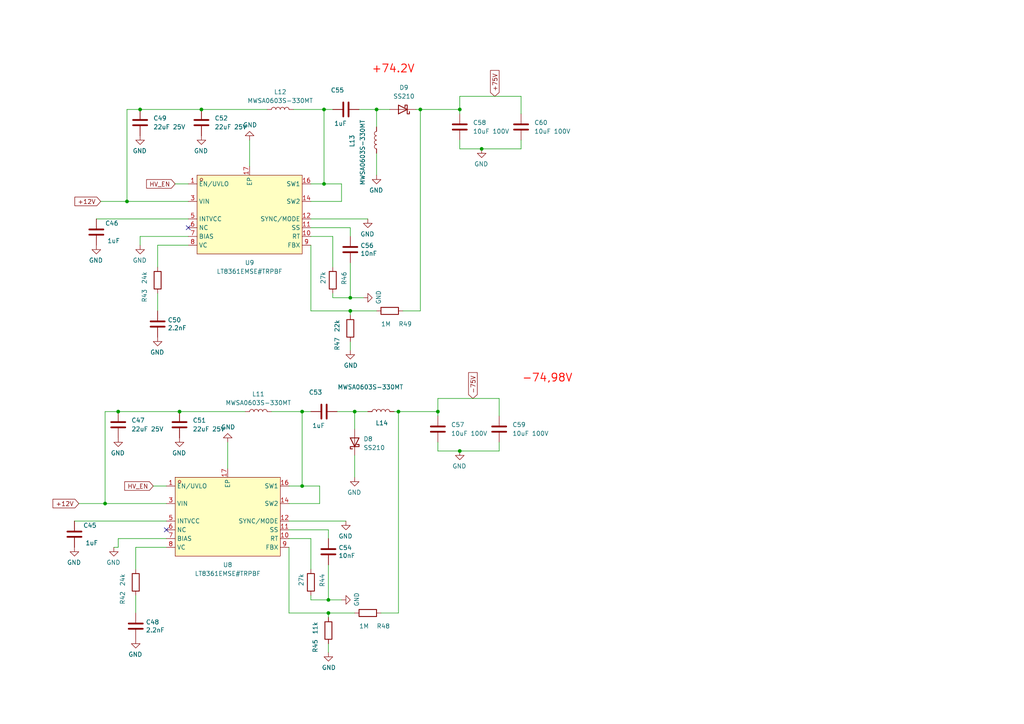
<source format=kicad_sch>
(kicad_sch (version 20231120) (generator "eeschema") (generator_version "8.0")
  (paper "A4")
  (lib_symbols
    (symbol "piezo_driver:C" (pin_numbers hide) (pin_names (offset 0.254))
      (property "Reference" "C" (at 0.635 2.54 0))
      (property "Value" "C" (at 0.635 -2.54 0))
      (symbol "C_0_1"
        (polyline (pts (xy -2.032 -0.762) (xy 2.032 -0.762)) (stroke (width 0.508)))
        (polyline (pts (xy -2.032 0.762) (xy 2.032 0.762)) (stroke (width 0.508)))
      )
      (symbol "C_1_1"
        (pin passive line (at 0 3.81 270) (length 2.794) (name "~") (number "1"))
        (pin passive line (at 0 -3.81 90) (length 2.794) (name "~") (number "2"))
      )
    )
    (symbol "piezo_driver:D_Schottky" (pin_numbers hide) (pin_names (offset 1.016) hide)
      (property "Reference" "D" (at 0 2.54 0))
      (property "Value" "D_Schottky" (at 0 -2.54 0))
      (symbol "D_Schottky_0_1"
        (polyline (pts (xy 1.27 0) (xy -1.27 0)))
        (polyline (pts (xy 1.27 1.27) (xy 1.27 -1.27) (xy -1.27 0) (xy 1.27 1.27)) (stroke (width 0.254)))
        (polyline (pts (xy -1.905 0.635) (xy -1.905 1.27) (xy -1.27 1.27) (xy -1.27 -1.27) (xy -0.635 -1.27) (xy -0.635 -0.635)) (stroke (width 0.254)))
      )
      (symbol "D_Schottky_1_1"
        (pin passive line (at -3.81 0 0) (length 2.54) (name "K") (number "1"))
        (pin passive line (at 3.81 0 180) (length 2.54) (name "A") (number "2"))
      )
    )
    (symbol "piezo_driver:GND" (power) (pin_names (offset 0))
      (property "Value" "GND" (at 0 -3.81 0))
      (symbol "GND_0_1"
        (polyline (pts (xy 0 0) (xy 0 -1.27) (xy 1.27 -1.27) (xy 0 -2.54) (xy -1.27 -1.27) (xy 0 -1.27)))
      )
      (symbol "GND_1_1"
        (pin power_in line (at 0 0 270) (length 0) hide (name "GND") (number "1"))
      )
    )
    (symbol "piezo_driver:L" (pin_numbers hide) (pin_names (offset 1.016) hide)
      (property "Reference" "L" (at -1.27 0 90))
      (property "Value" "L" (at 1.905 0 90))
      (symbol "L_0_1"
        (arc (start 0 -2.54) (mid 0.6323 -1.905) (end 0 -1.27))
        (arc (start 0 -1.27) (mid 0.6323 -0.635) (end 0 0))
        (arc (start 0 0) (mid 0.6323 0.635) (end 0 1.27))
        (arc (start 0 1.27) (mid 0.6323 1.905) (end 0 2.54))
      )
      (symbol "L_1_1"
        (pin passive line (at 0 3.81 270) (length 1.27) (name "1") (number "1"))
        (pin passive line (at 0 -3.81 90) (length 1.27) (name "2") (number "2"))
      )
    )
    (symbol "piezo_driver:LT8361EMSE#TRPBF"
      (property "Reference" "U" (at 0 15.24 0))
      (property "Value" "LT8361EMSE#TRPBF" (at 0 -17.78 0))
      (symbol "LT8361EMSE#TRPBF_0_1"
        (rectangle (start -15.24 7.62) (end 15.24 -15.24) (fill (type background)))
        (circle (center -13.97 6.35) (radius 0.38))
        (pin unspecified line (at -17.78 5.08 0) (length 2.54) (name "EN/UVLO") (number "1"))
        (pin unspecified line (at 17.78 -10.16 180) (length 2.54) (name "RT") (number "10"))
        (pin unspecified line (at 17.78 -7.62 180) (length 2.54) (name "SS") (number "11"))
        (pin unspecified line (at 17.78 -5.08 180) (length 2.54) (name "SYNC/MODE") (number "12"))
        (pin unspecified line (at 17.78 0 180) (length 2.54) (name "SW2") (number "14"))
        (pin unspecified line (at 17.78 5.08 180) (length 2.54) (name "SW1") (number "16"))
        (pin unspecified line (at 0 10.16 270) (length 2.54) (name "EP") (number "17"))
        (pin unspecified line (at -17.78 0 0) (length 2.54) (name "VIN") (number "3"))
        (pin unspecified line (at -17.78 -5.08 0) (length 2.54) (name "INTVCC") (number "5"))
        (pin unspecified line (at -17.78 -7.62 0) (length 2.54) (name "NC") (number "6"))
        (pin unspecified line (at -17.78 -10.16 0) (length 2.54) (name "BIAS") (number "7"))
        (pin unspecified line (at -17.78 -12.7 0) (length 2.54) (name "VC") (number "8"))
        (pin unspecified line (at 17.78 -12.7 180) (length 2.54) (name "FBX") (number "9"))
      )
    )
    (symbol "piezo_driver:R" (pin_numbers hide) (pin_names (offset 0))
      (property "Reference" "R" (at 2.032 0 90))
      (property "Value" "R" (at 0 0 90))
      (symbol "R_0_1"
        (rectangle (start -1.016 -2.54) (end 1.016 2.54) (stroke (width 0.254)))
      )
      (symbol "R_1_1"
        (pin passive line (at 0 3.81 270) (length 1.27) (name "~") (number "1"))
        (pin passive line (at 0 -3.81 90) (length 1.27) (name "~") (number "2"))
      )
    )
  )
  (junction (at 133.35 31.75))
  (junction (at 127 119.38))
  (junction (at 95.25 173.99))
  (junction (at 121.92 31.75))
  (junction (at 36.83 58.42))
  (junction (at 52.07 119.38))
  (junction (at 101.6 90.17))
  (junction (at 101.6 86.36))
  (junction (at 87.63 140.97))
  (junction (at 93.98 31.75))
  (junction (at 133.35 130.81))
  (junction (at 34.29 119.38))
  (junction (at 93.98 53.34))
  (junction (at 40.64 31.75))
  (junction (at 139.7 43.18))
  (junction (at 87.63 119.38))
  (junction (at 95.25 177.8))
  (junction (at 58.42 31.75))
  (junction (at 115.57 119.38))
  (junction (at 109.22 31.75))
  (junction (at 30.48 146.05))
  (junction (at 102.87 119.38))
  (no_connect (at 48.26 153.67))
  (no_connect (at 54.61 66.04))
  (wire (pts (xy 121.92 31.75) (xy 133.35 31.75)))
  (wire (pts (xy 30.48 119.38) (xy 34.29 119.38)))
  (wire (pts (xy 39.37 158.75) (xy 48.26 158.75)))
  (wire (pts (xy 45.72 71.12) (xy 54.61 71.12)))
  (wire (pts (xy 133.35 31.75) (xy 133.35 33.02)))
  (wire (pts (xy 90.17 156.21) (xy 83.82 156.21)))
  (wire (pts (xy 83.82 177.8) (xy 95.25 177.8)))
  (wire (pts (xy 39.37 172.72) (xy 39.37 177.8)))
  (wire (pts (xy 34.29 156.21) (xy 48.26 156.21)))
  (wire (pts (xy 27.94 63.5) (xy 54.61 63.5)))
  (wire (pts (xy 45.72 77.47) (xy 45.72 71.12)))
  (wire (pts (xy 114.3 119.38) (xy 115.57 119.38)))
  (wire (pts (xy 133.35 27.94) (xy 133.35 31.75)))
  (wire (pts (xy 99.06 173.99) (xy 95.25 173.99)))
  (wire (pts (xy 36.83 58.42) (xy 54.61 58.42)))
  (wire (pts (xy 121.92 90.17) (xy 121.92 31.75)))
  (wire (pts (xy 101.6 68.58) (xy 101.6 66.04)))
  (wire (pts (xy 144.78 128.27) (xy 144.78 130.81)))
  (wire (pts (xy 151.13 40.64) (xy 151.13 43.18)))
  (wire (pts (xy 102.87 119.38) (xy 102.87 124.46)))
  (wire (pts (xy 151.13 33.02) (xy 151.13 27.94)))
  (wire (pts (xy 104.14 31.75) (xy 109.22 31.75)))
  (wire (pts (xy 90.17 172.72) (xy 90.17 173.99)))
  (wire (pts (xy 95.25 186.69) (xy 95.25 189.23)))
  (wire (pts (xy 96.52 68.58) (xy 90.17 68.58)))
  (wire (pts (xy 127 130.81) (xy 127 128.27)))
  (wire (pts (xy 90.17 165.1) (xy 90.17 156.21)))
  (wire (pts (xy 95.25 177.8) (xy 95.25 179.07)))
  (wire (pts (xy 109.22 31.75) (xy 109.22 36.83)))
  (wire (pts (xy 93.98 31.75) (xy 93.98 53.34)))
  (wire (pts (xy 116.84 90.17) (xy 121.92 90.17)))
  (wire (pts (xy 92.71 146.05) (xy 83.82 146.05)))
  (wire (pts (xy 96.52 77.47) (xy 96.52 68.58)))
  (wire (pts (xy 87.63 119.38) (xy 87.63 140.97)))
  (wire (pts (xy 115.57 119.38) (xy 127 119.38)))
  (wire (pts (xy 72.39 40.64) (xy 72.39 48.26)))
  (wire (pts (xy 139.7 43.18) (xy 133.35 43.18)))
  (wire (pts (xy 85.09 31.75) (xy 93.98 31.75)))
  (wire (pts (xy 34.29 158.75) (xy 34.29 156.21)))
  (wire (pts (xy 87.63 140.97) (xy 83.82 140.97)))
  (wire (pts (xy 33.02 158.75) (xy 34.29 158.75)))
  (wire (pts (xy 92.71 140.97) (xy 92.71 146.05)))
  (wire (pts (xy 87.63 119.38) (xy 90.17 119.38)))
  (wire (pts (xy 127 119.38) (xy 127 120.65)))
  (wire (pts (xy 99.06 53.34) (xy 99.06 58.42)))
  (wire (pts (xy 83.82 177.8) (xy 83.82 158.75)))
  (wire (pts (xy 78.74 119.38) (xy 87.63 119.38)))
  (wire (pts (xy 90.17 90.17) (xy 101.6 90.17)))
  (wire (pts (xy 40.64 71.12) (xy 40.64 68.58)))
  (wire (pts (xy 101.6 76.2) (xy 101.6 86.36)))
  (wire (pts (xy 120.65 31.75) (xy 121.92 31.75)))
  (wire (pts (xy 109.22 31.75) (xy 113.03 31.75)))
  (wire (pts (xy 34.29 119.38) (xy 52.07 119.38)))
  (wire (pts (xy 50.8 53.34) (xy 54.61 53.34)))
  (wire (pts (xy 97.79 119.38) (xy 102.87 119.38)))
  (wire (pts (xy 30.48 146.05) (xy 48.26 146.05)))
  (wire (pts (xy 58.42 31.75) (xy 77.47 31.75)))
  (wire (pts (xy 105.41 86.36) (xy 101.6 86.36)))
  (wire (pts (xy 96.52 86.36) (xy 101.6 86.36)))
  (wire (pts (xy 144.78 130.81) (xy 133.35 130.81)))
  (wire (pts (xy 52.07 119.38) (xy 71.12 119.38)))
  (wire (pts (xy 95.25 156.21) (xy 95.25 153.67)))
  (wire (pts (xy 95.25 177.8) (xy 102.87 177.8)))
  (wire (pts (xy 95.25 153.67) (xy 83.82 153.67)))
  (wire (pts (xy 93.98 31.75) (xy 96.52 31.75)))
  (wire (pts (xy 99.06 58.42) (xy 90.17 58.42)))
  (wire (pts (xy 144.78 115.57) (xy 127 115.57)))
  (wire (pts (xy 133.35 130.81) (xy 127 130.81)))
  (wire (pts (xy 110.49 177.8) (xy 115.57 177.8)))
  (wire (pts (xy 87.63 140.97) (xy 92.71 140.97)))
  (wire (pts (xy 40.64 68.58) (xy 54.61 68.58)))
  (wire (pts (xy 36.83 31.75) (xy 40.64 31.75)))
  (wire (pts (xy 36.83 58.42) (xy 36.83 31.75)))
  (wire (pts (xy 66.04 128.27) (xy 66.04 135.89)))
  (wire (pts (xy 39.37 165.1) (xy 39.37 158.75)))
  (wire (pts (xy 45.72 85.09) (xy 45.72 90.17)))
  (wire (pts (xy 83.82 151.13) (xy 100.33 151.13)))
  (wire (pts (xy 90.17 173.99) (xy 95.25 173.99)))
  (wire (pts (xy 95.25 163.83) (xy 95.25 173.99)))
  (wire (pts (xy 30.48 146.05) (xy 30.48 119.38)))
  (wire (pts (xy 44.45 140.97) (xy 48.26 140.97)))
  (wire (pts (xy 102.87 138.43) (xy 102.87 132.08)))
  (wire (pts (xy 40.64 31.75) (xy 58.42 31.75)))
  (wire (pts (xy 22.86 146.05) (xy 30.48 146.05)))
  (wire (pts (xy 102.87 119.38) (xy 106.68 119.38)))
  (wire (pts (xy 93.98 53.34) (xy 99.06 53.34)))
  (wire (pts (xy 133.35 43.18) (xy 133.35 40.64)))
  (wire (pts (xy 93.98 53.34) (xy 90.17 53.34)))
  (wire (pts (xy 127 115.57) (xy 127 119.38)))
  (wire (pts (xy 101.6 90.17) (xy 101.6 91.44)))
  (wire (pts (xy 101.6 66.04) (xy 90.17 66.04)))
  (wire (pts (xy 21.59 151.13) (xy 48.26 151.13)))
  (wire (pts (xy 151.13 43.18) (xy 139.7 43.18)))
  (wire (pts (xy 90.17 90.17) (xy 90.17 71.12)))
  (wire (pts (xy 101.6 99.06) (xy 101.6 101.6)))
  (wire (pts (xy 151.13 27.94) (xy 133.35 27.94)))
  (wire (pts (xy 115.57 177.8) (xy 115.57 119.38)))
  (wire (pts (xy 101.6 90.17) (xy 109.22 90.17)))
  (wire (pts (xy 96.52 85.09) (xy 96.52 86.36)))
  (wire (pts (xy 109.22 50.8) (xy 109.22 44.45)))
  (wire (pts (xy 29.21 58.42) (xy 36.83 58.42)))
  (wire (pts (xy 90.17 63.5) (xy 106.68 63.5)))
  (wire (pts (xy 144.78 120.65) (xy 144.78 115.57)))
  (text "-74,98V" (at 158.75 109.728 0) (effects (font (size 2.27 2.27) (thickness 0.254) (bold yes))))
  (text "+74.2V" (at 114.046 20.066 0) (effects (font (size 2.27 2.27) (thickness 0.254) (bold yes))))
  (global_label "+75V" (shape input) (at 143.51 27.94 90) (property "Intersheetrefs" "${INTERSHEET_REFS}" (effects (hide yes))))
  (global_label "HV_EN" (shape input) (at 44.45 140.97 180) (property "Intersheetrefs" "${INTERSHEET_REFS}" (effects (hide yes))))
  (global_label "-75V" (shape input) (at 137.16 115.57 90) (property "Intersheetrefs" "${INTERSHEET_REFS}" (effects (hide yes))))
  (global_label "HV_EN" (shape input) (at 50.8 53.34 180) (property "Intersheetrefs" "${INTERSHEET_REFS}" (effects (hide yes))))
  (global_label "+12V" (shape input) (at 22.86 146.05 180) (property "Intersheetrefs" "${INTERSHEET_REFS}" (effects (hide yes))))
  (global_label "+12V" (shape input) (at 29.21 58.42 180) (property "Intersheetrefs" "${INTERSHEET_REFS}" (effects (hide yes))))
  (symbol (lib_id "piezo_driver:C") (at 45.72 93.98 0) (unit 1)
    (property "Reference" "C50" (at 48.641 92.8116 0) (effects (justify left)))
    (property "Value" "2.2nF" (at 48.641 95.123 0) (effects (justify left)))
    (property "Footprint" "piezo_driver:C_0603_1608Metric_u" (effects (hide yes)))
    (property "LCSC" "C1604" (effects (hide yes)))
  )
  (symbol (lib_id "piezo_driver:GND") (at 139.7 43.18 0) (mirror y) (unit 1)
    (property "Reference" "#PWR097" (effects (hide yes)))
    (property "Value" "GND" (at 139.573 47.5742 0))
  )
  (symbol (lib_id "piezo_driver:R") (at 45.72 81.28 180) (unit 1)
    (property "Reference" "R43" (at 41.91 83.82 90) (effects (justify left)))
    (property "Value" "24k" (at 41.91 78.74 90) (effects (justify left)))
    (property "Footprint" "piezo_driver:R_0603_1608Metric_u" (effects (hide yes)))
    (property "LCSC" "C23352" (effects (hide yes)))
  )
  (symbol (lib_id "piezo_driver:C") (at 34.29 123.19 0) (unit 1)
    (property "Reference" "C47" (at 38.1 121.9199 0) (effects (justify left)))
    (property "Value" "22uF 25V" (at 38.1 124.4599 0) (effects (justify left)))
    (property "Footprint" "piezo_driver:C_1206_3216Metric_u" (effects (hide yes)))
    (property "Description" "Unpolarized capacitor" (effects (hide yes)))
    (property "LCSC" "C12891" (effects (hide yes)))
  )
  (symbol (lib_id "piezo_driver:R") (at 95.25 182.88 180) (unit 1)
    (property "Reference" "R45" (at 91.44 185.42 90) (effects (justify left)))
    (property "Value" "11k" (at 91.44 180.34 90) (effects (justify left)))
    (property "Footprint" "piezo_driver:R_0603_1608Metric_u" (effects (hide yes)))
    (property "LCSC" "C25950" (effects (hide yes)))
  )
  (symbol (lib_id "piezo_driver:L") (at 74.93 119.38 90) (unit 1)
    (property "Reference" "L11" (at 74.93 114.3 90))
    (property "Value" "MWSA0603S-330MT" (at 74.93 116.84 90))
    (property "Footprint" "piezo_driver:L_Chilisin_BMRB00060624" (effects (hide yes)))
    (property "Description" "Inductor" (effects (hide yes)))
    (property "LCSC" "C408454" (effects (hide yes)))
  )
  (symbol (lib_id "piezo_driver:GND") (at 52.07 127 0) (mirror y) (unit 1)
    (property "Reference" "#PWR084" (effects (hide yes)))
    (property "Value" "GND" (at 51.943 131.3942 0))
  )
  (symbol (lib_id "piezo_driver:R") (at 39.37 168.91 180) (unit 1)
    (property "Reference" "R42" (at 35.56 171.45 90) (effects (justify left)))
    (property "Value" "24k" (at 35.56 166.37 90) (effects (justify left)))
    (property "Footprint" "piezo_driver:R_0603_1608Metric_u" (effects (hide yes)))
    (property "LCSC" "C23352" (effects (hide yes)))
  )
  (symbol (lib_id "piezo_driver:C") (at 95.25 160.02 0) (unit 1)
    (property "Reference" "C54" (at 98.171 158.8516 0) (effects (justify left)))
    (property "Value" "10nF" (at 98.171 161.163 0) (effects (justify left)))
    (property "Footprint" "piezo_driver:C_0603_1608Metric_u" (effects (hide yes)))
    (property "LCSC" "C57112" (effects (hide yes)))
  )
  (symbol (lib_id "piezo_driver:GND") (at 21.59 158.75 0) (mirror y) (unit 1)
    (property "Reference" "#PWR078" (effects (hide yes)))
    (property "Value" "GND" (at 21.463 163.1442 0))
  )
  (symbol (lib_id "piezo_driver:GND") (at 34.29 127 0) (mirror y) (unit 1)
    (property "Reference" "#PWR080" (effects (hide yes)))
    (property "Value" "GND" (at 34.163 131.3942 0))
  )
  (symbol (lib_id "piezo_driver:D_Schottky") (at 116.84 31.75 180) (unit 1)
    (property "Reference" "D9" (at 117.1575 25.4 0))
    (property "Value" "SS210" (at 117.1575 27.94 0))
    (property "Footprint" "piezo_driver:D_SMA" (effects (hide yes)))
    (property "Description" "Schottky diode" (effects (hide yes)))
    (property "LCSC" "C14996" (effects (hide yes)))
  )
  (symbol (lib_id "piezo_driver:GND") (at 39.37 185.42 0) (mirror y) (unit 1)
    (property "Reference" "#PWR081" (effects (hide yes)))
    (property "Value" "GND" (at 39.243 189.8142 0))
  )
  (symbol (lib_id "piezo_driver:GND") (at 72.39 40.64 0) (mirror x) (unit 1)
    (property "Reference" "#PWR087" (effects (hide yes)))
    (property "Value" "GND" (at 72.517 36.2458 0))
  )
  (symbol (lib_id "piezo_driver:C") (at 58.42 35.56 0) (unit 1)
    (property "Reference" "C52" (at 62.23 34.2899 0) (effects (justify left)))
    (property "Value" "22uF 25V" (at 62.23 36.8299 0) (effects (justify left)))
    (property "Footprint" "piezo_driver:C_1206_3216Metric_u" (effects (hide yes)))
    (property "Description" "Unpolarized capacitor" (effects (hide yes)))
    (property "LCSC" "C12891" (effects (hide yes)))
  )
  (symbol (lib_id "piezo_driver:R") (at 96.52 81.28 180) (unit 1)
    (property "Reference" "R46" (at 99.822 78.74 90) (effects (justify left)))
    (property "Value" "27k" (at 93.726 78.74 90) (effects (justify left)))
    (property "Footprint" "piezo_driver:R_0603_1608Metric_u" (effects (hide yes)))
    (property "LCSC" "C22967" (effects (hide yes)))
  )
  (symbol (lib_id "piezo_driver:GND") (at 99.06 173.99 90) (unit 1)
    (property "Reference" "#PWR089" (effects (hide yes)))
    (property "Value" "GND" (at 103.4542 173.863 0))
  )
  (symbol (lib_id "piezo_driver:GND") (at 45.72 97.79 0) (mirror y) (unit 1)
    (property "Reference" "#PWR083" (effects (hide yes)))
    (property "Value" "GND" (at 45.593 102.1842 0))
  )
  (symbol (lib_id "piezo_driver:L") (at 110.49 119.38 90) (unit 1)
    (property "Reference" "L14" (at 110.744 122.682 90))
    (property "Value" "MWSA0603S-330MT" (at 107.442 112.268 90))
    (property "Footprint" "piezo_driver:L_Chilisin_BMRB00060624" (effects (hide yes)))
    (property "Description" "Inductor" (effects (hide yes)))
    (property "LCSC" "C408454" (effects (hide yes)))
  )
  (symbol (lib_id "piezo_driver:GND") (at 58.42 39.37 0) (mirror y) (unit 1)
    (property "Reference" "#PWR085" (effects (hide yes)))
    (property "Value" "GND" (at 58.293 43.7642 0))
  )
  (symbol (lib_id "piezo_driver:C") (at 144.78 124.46 0) (unit 1)
    (property "Reference" "C59" (at 148.59 123.1899 0) (effects (justify left)))
    (property "Value" "10uF 100V" (at 148.59 125.7299 0) (effects (justify left)))
    (property "Footprint" "piezo_driver:C_1210_3225Metric_u" (effects (hide yes)))
    (property "Description" "Unpolarized capacitor" (effects (hide yes)))
    (property "LCSC" "C5156756" (effects (hide yes)))
  )
  (symbol (lib_id "piezo_driver:C") (at 27.94 67.31 0) (unit 1)
    (property "Reference" "C46" (at 30.48 64.77 0) (effects (justify left)))
    (property "Value" "1uF" (at 31.115 69.85 0) (effects (justify left)))
    (property "Footprint" "piezo_driver:C_0603_1608Metric_u" (effects (hide yes)))
    (property "LCSC" "C15849" (effects (hide yes)))
  )
  (symbol (lib_id "piezo_driver:GND") (at 105.41 86.36 90) (unit 1)
    (property "Reference" "#PWR093" (effects (hide yes)))
    (property "Value" "GND" (at 109.8042 86.233 0))
  )
  (symbol (lib_id "piezo_driver:GND") (at 102.87 138.43 0) (mirror y) (unit 1)
    (property "Reference" "#PWR092" (effects (hide yes)))
    (property "Value" "GND" (at 102.743 142.8242 0))
  )
  (symbol (lib_id "piezo_driver:R") (at 90.17 168.91 180) (unit 1)
    (property "Reference" "R44" (at 93.472 166.37 90) (effects (justify left)))
    (property "Value" "27k" (at 87.376 166.37 90) (effects (justify left)))
    (property "Footprint" "piezo_driver:R_0603_1608Metric_u" (effects (hide yes)))
    (property "LCSC" "C22967" (effects (hide yes)))
  )
  (symbol (lib_id "piezo_driver:C") (at 101.6 72.39 0) (unit 1)
    (property "Reference" "C56" (at 104.521 71.2216 0) (effects (justify left)))
    (property "Value" "10nF" (at 104.521 73.533 0) (effects (justify left)))
    (property "Footprint" "piezo_driver:C_0603_1608Metric_u" (effects (hide yes)))
    (property "LCSC" "C57112" (effects (hide yes)))
  )
  (symbol (lib_id "piezo_driver:C") (at 21.59 154.94 0) (unit 1)
    (property "Reference" "C45" (at 24.13 152.4 0) (effects (justify left)))
    (property "Value" "1uF" (at 24.765 157.48 0) (effects (justify left)))
    (property "Footprint" "piezo_driver:C_0603_1608Metric_u" (effects (hide yes)))
    (property "LCSC" "C15849" (effects (hide yes)))
  )
  (symbol (lib_id "piezo_driver:R") (at 113.03 90.17 270) (unit 1)
    (property "Reference" "R49" (at 115.57 93.98 90) (effects (justify left)))
    (property "Value" "1M" (at 110.49 93.98 90) (effects (justify left)))
    (property "Footprint" "piezo_driver:R_0603_1608Metric_u" (effects (hide yes)))
    (property "LCSC" "C22935" (effects (hide yes)))
  )
  (symbol (lib_id "piezo_driver:C") (at 39.37 181.61 0) (unit 1)
    (property "Reference" "C48" (at 42.291 180.4416 0) (effects (justify left)))
    (property "Value" "2.2nF" (at 42.291 182.753 0) (effects (justify left)))
    (property "Footprint" "piezo_driver:C_0603_1608Metric_u" (effects (hide yes)))
    (property "LCSC" "C1604" (effects (hide yes)))
  )
  (symbol (lib_id "piezo_driver:GND") (at 133.35 130.81 0) (mirror y) (unit 1)
    (property "Reference" "#PWR096" (effects (hide yes)))
    (property "Value" "GND" (at 133.223 135.2042 0))
  )
  (symbol (lib_id "piezo_driver:LT8361EMSE#TRPBF") (at 66.04 146.05 0) (unit 1)
    (property "Reference" "U8" (at 66.04 163.83 0))
    (property "Value" "LT8361EMSE#TRPBF" (at 66.04 166.37 0))
    (property "Footprint" "piezo_driver:MSOP-16_12P-L4.0-W3.0-P0.50-LS4.9-BL-EP" (effects (hide yes)))
    (property "LCSC" "C3188138" (effects (hide yes)))
  )
  (symbol (lib_id "piezo_driver:D_Schottky") (at 102.87 128.27 90) (unit 1)
    (property "Reference" "D8" (at 105.41 127.3174 90) (effects (justify right)))
    (property "Value" "SS210" (at 105.41 129.8574 90) (effects (justify right)))
    (property "Footprint" "piezo_driver:D_SMA" (effects (hide yes)))
    (property "Description" "Schottky diode" (effects (hide yes)))
    (property "LCSC" "C14996" (effects (hide yes)))
  )
  (symbol (lib_id "piezo_driver:GND") (at 101.6 101.6 0) (unit 1)
    (property "Reference" "#PWR091" (effects (hide yes)))
    (property "Value" "GND" (at 101.727 105.9942 0))
  )
  (symbol (lib_id "piezo_driver:LT8361EMSE#TRPBF") (at 72.39 58.42 0) (unit 1)
    (property "Reference" "U9" (at 72.39 76.2 0))
    (property "Value" "LT8361EMSE#TRPBF" (at 72.39 78.74 0))
    (property "Footprint" "piezo_driver:MSOP-16_12P-L4.0-W3.0-P0.50-LS4.9-BL-EP" (effects (hide yes)))
    (property "LCSC" "C3188138" (effects (hide yes)))
  )
  (symbol (lib_id "piezo_driver:C") (at 127 124.46 0) (unit 1)
    (property "Reference" "C57" (at 130.81 123.1899 0) (effects (justify left)))
    (property "Value" "10uF 100V" (at 130.81 125.7299 0) (effects (justify left)))
    (property "Footprint" "piezo_driver:C_1210_3225Metric_u" (effects (hide yes)))
    (property "Description" "Unpolarized capacitor" (effects (hide yes)))
    (property "LCSC" "C5156756" (effects (hide yes)))
  )
  (symbol (lib_id "piezo_driver:GND") (at 40.64 71.12 0) (mirror y) (unit 1)
    (property "Reference" "#PWR011" (effects (hide yes)))
    (property "Value" "GND" (at 40.513 75.5142 0))
  )
  (symbol (lib_id "piezo_driver:R") (at 101.6 95.25 180) (unit 1)
    (property "Reference" "R47" (at 97.79 97.79 90) (effects (justify left)))
    (property "Value" "22k" (at 97.79 92.71 90) (effects (justify left)))
    (property "Footprint" "piezo_driver:R_0603_1608Metric_u" (effects (hide yes)))
    (property "LCSC" "C31850" (effects (hide yes)))
  )
  (symbol (lib_id "piezo_driver:C") (at 93.98 119.38 90) (unit 1)
    (property "Reference" "C53" (at 93.472 113.792 90) (effects (justify left)))
    (property "Value" "1uF" (at 94.234 123.444 90) (effects (justify left)))
    (property "Footprint" "piezo_driver:C_0603_1608Metric_u" (effects (hide yes)))
    (property "LCSC" "C15849" (effects (hide yes)))
  )
  (symbol (lib_id "piezo_driver:L") (at 81.28 31.75 90) (unit 1)
    (property "Reference" "L12" (at 81.28 26.67 90))
    (property "Value" "MWSA0603S-330MT" (at 81.28 29.21 90))
    (property "Footprint" "piezo_driver:L_Chilisin_BMRB00060624" (effects (hide yes)))
    (property "Description" "Inductor" (effects (hide yes)))
    (property "LCSC" "C408454" (effects (hide yes)))
  )
  (symbol (lib_id "piezo_driver:GND") (at 33.02 158.75 0) (mirror y) (unit 1)
    (property "Reference" "#PWR08" (effects (hide yes)))
    (property "Value" "GND" (at 32.893 163.1442 0))
  )
  (symbol (lib_id "piezo_driver:C") (at 100.33 31.75 90) (unit 1)
    (property "Reference" "C55" (at 99.822 26.162 90) (effects (justify left)))
    (property "Value" "1uF" (at 100.584 35.814 90) (effects (justify left)))
    (property "Footprint" "piezo_driver:C_0603_1608Metric_u" (effects (hide yes)))
    (property "LCSC" "C15849" (effects (hide yes)))
  )
  (symbol (lib_id "piezo_driver:R") (at 106.68 177.8 270) (unit 1)
    (property "Reference" "R48" (at 109.22 181.61 90) (effects (justify left)))
    (property "Value" "1M" (at 104.14 181.61 90) (effects (justify left)))
    (property "Footprint" "piezo_driver:R_0603_1608Metric_u" (effects (hide yes)))
    (property "LCSC" "C22935" (effects (hide yes)))
  )
  (symbol (lib_id "piezo_driver:GND") (at 106.68 63.5 0) (mirror y) (unit 1)
    (property "Reference" "#PWR094" (effects (hide yes)))
    (property "Value" "GND" (at 106.553 67.8942 0))
  )
  (symbol (lib_id "piezo_driver:GND") (at 27.94 71.12 0) (mirror y) (unit 1)
    (property "Reference" "#PWR079" (effects (hide yes)))
    (property "Value" "GND" (at 27.813 75.5142 0))
  )
  (symbol (lib_id "piezo_driver:GND") (at 95.25 189.23 0) (unit 1)
    (property "Reference" "#PWR088" (effects (hide yes)))
    (property "Value" "GND" (at 95.377 193.6242 0))
  )
  (symbol (lib_id "piezo_driver:L") (at 109.22 40.64 180) (unit 1)
    (property "Reference" "L13" (at 102.108 40.894 90))
    (property "Value" "MWSA0603S-330MT" (at 105.156 44.196 90))
    (property "Footprint" "piezo_driver:L_Chilisin_BMRB00060624" (effects (hide yes)))
    (property "Description" "Inductor" (effects (hide yes)))
    (property "LCSC" "C408454" (effects (hide yes)))
  )
  (symbol (lib_id "piezo_driver:GND") (at 66.04 128.27 0) (mirror x) (unit 1)
    (property "Reference" "#PWR086" (effects (hide yes)))
    (property "Value" "GND" (at 66.167 123.8758 0))
  )
  (symbol (lib_id "piezo_driver:C") (at 52.07 123.19 0) (unit 1)
    (property "Reference" "C51" (at 55.88 121.9199 0) (effects (justify left)))
    (property "Value" "22uF 25V" (at 55.88 124.4599 0) (effects (justify left)))
    (property "Footprint" "piezo_driver:C_1206_3216Metric_u" (effects (hide yes)))
    (property "Description" "Unpolarized capacitor" (effects (hide yes)))
    (property "LCSC" "C12891" (effects (hide yes)))
  )
  (symbol (lib_id "piezo_driver:C") (at 151.13 36.83 0) (unit 1)
    (property "Reference" "C60" (at 154.94 35.5599 0) (effects (justify left)))
    (property "Value" "10uF 100V" (at 154.94 38.0999 0) (effects (justify left)))
    (property "Footprint" "piezo_driver:C_1210_3225Metric_u" (effects (hide yes)))
    (property "Description" "Unpolarized capacitor" (effects (hide yes)))
    (property "LCSC" "C5156756" (effects (hide yes)))
  )
  (symbol (lib_id "piezo_driver:GND") (at 40.64 39.37 0) (mirror y) (unit 1)
    (property "Reference" "#PWR082" (effects (hide yes)))
    (property "Value" "GND" (at 40.513 43.7642 0))
  )
  (symbol (lib_id "piezo_driver:C") (at 40.64 35.56 0) (unit 1)
    (property "Reference" "C49" (at 44.45 34.2899 0) (effects (justify left)))
    (property "Value" "22uF 25V" (at 44.45 36.8299 0) (effects (justify left)))
    (property "Footprint" "piezo_driver:C_1206_3216Metric_u" (effects (hide yes)))
    (property "Description" "Unpolarized capacitor" (effects (hide yes)))
    (property "LCSC" "C12891" (effects (hide yes)))
  )
  (symbol (lib_id "piezo_driver:GND") (at 100.33 151.13 0) (mirror y) (unit 1)
    (property "Reference" "#PWR090" (effects (hide yes)))
    (property "Value" "GND" (at 100.203 155.5242 0))
  )
  (symbol (lib_id "piezo_driver:GND") (at 109.22 50.8 0) (mirror y) (unit 1)
    (property "Reference" "#PWR095" (effects (hide yes)))
    (property "Value" "GND" (at 109.093 55.1942 0))
  )
  (symbol (lib_id "piezo_driver:C") (at 133.35 36.83 0) (unit 1)
    (property "Reference" "C58" (at 137.16 35.5599 0) (effects (justify left)))
    (property "Value" "10uF 100V" (at 137.16 38.0999 0) (effects (justify left)))
    (property "Footprint" "piezo_driver:C_1210_3225Metric_u" (effects (hide yes)))
    (property "Description" "Unpolarized capacitor" (effects (hide yes)))
    (property "LCSC" "C5156756" (effects (hide yes)))
  )
)
</source>
